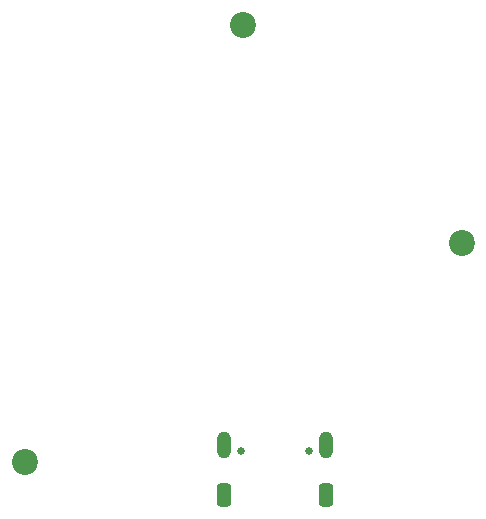
<source format=gbr>
%TF.GenerationSoftware,KiCad,Pcbnew,9.0.1*%
%TF.CreationDate,2025-11-13T12:09:59-06:00*%
%TF.ProjectId,AirCube,41697243-7562-4652-9e6b-696361645f70,rev?*%
%TF.SameCoordinates,Original*%
%TF.FileFunction,Soldermask,Bot*%
%TF.FilePolarity,Negative*%
%FSLAX46Y46*%
G04 Gerber Fmt 4.6, Leading zero omitted, Abs format (unit mm)*
G04 Created by KiCad (PCBNEW 9.0.1) date 2025-11-13 12:09:59*
%MOMM*%
%LPD*%
G01*
G04 APERTURE LIST*
G04 Aperture macros list*
%AMRoundRect*
0 Rectangle with rounded corners*
0 $1 Rounding radius*
0 $2 $3 $4 $5 $6 $7 $8 $9 X,Y pos of 4 corners*
0 Add a 4 corners polygon primitive as box body*
4,1,4,$2,$3,$4,$5,$6,$7,$8,$9,$2,$3,0*
0 Add four circle primitives for the rounded corners*
1,1,$1+$1,$2,$3*
1,1,$1+$1,$4,$5*
1,1,$1+$1,$6,$7*
1,1,$1+$1,$8,$9*
0 Add four rect primitives between the rounded corners*
20,1,$1+$1,$2,$3,$4,$5,0*
20,1,$1+$1,$4,$5,$6,$7,0*
20,1,$1+$1,$6,$7,$8,$9,0*
20,1,$1+$1,$8,$9,$2,$3,0*%
G04 Aperture macros list end*
%ADD10C,2.200000*%
%ADD11C,0.650000*%
%ADD12O,1.204000X2.304000*%
%ADD13RoundRect,0.301000X-0.301000X-0.701000X0.301000X-0.701000X0.301000X0.701000X-0.301000X0.701000X0*%
G04 APERTURE END LIST*
D10*
%TO.C,REF\u002A\u002A*%
X46500000Y-45000000D03*
%TD*%
D11*
%TO.C,P1*%
X46307500Y-81120000D03*
X52087500Y-81120000D03*
D12*
X44877500Y-80620000D03*
X53517500Y-80620000D03*
D13*
X44877500Y-84800000D03*
X53517500Y-84800000D03*
%TD*%
D10*
%TO.C,REF\u002A\u002A*%
X28000000Y-82000000D03*
%TD*%
%TO.C,REF\u002A\u002A*%
X65000000Y-63500000D03*
%TD*%
M02*

</source>
